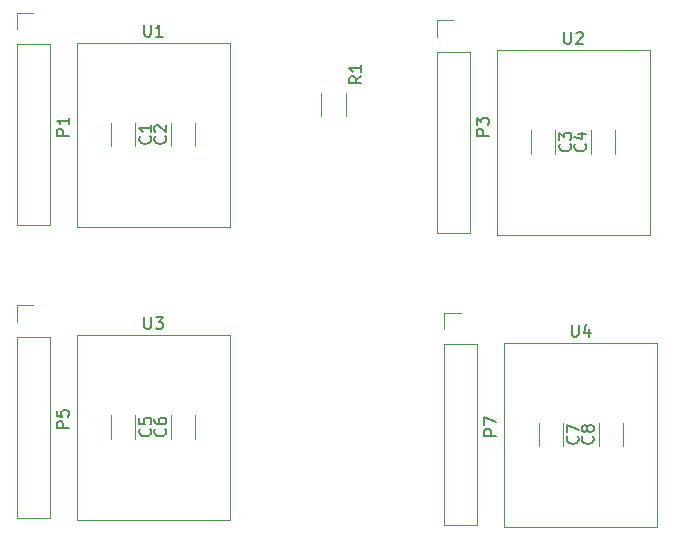
<source format=gbr>
G04 #@! TF.FileFunction,Legend,Top*
%FSLAX46Y46*%
G04 Gerber Fmt 4.6, Leading zero omitted, Abs format (unit mm)*
G04 Created by KiCad (PCBNEW 4.0.7) date 10/12/18 14:52:48*
%MOMM*%
%LPD*%
G01*
G04 APERTURE LIST*
%ADD10C,0.100000*%
%ADD11C,0.120000*%
%ADD12C,0.150000*%
G04 APERTURE END LIST*
D10*
D11*
X149355000Y-103575000D02*
X149355000Y-108675000D01*
X149355000Y-108675000D02*
X146555000Y-108675000D01*
X146555000Y-108675000D02*
X146555000Y-103575000D01*
X146565000Y-93345000D02*
X146565000Y-103625000D01*
X149345000Y-103625000D02*
X149345000Y-93345000D01*
X149345000Y-93345000D02*
X146565000Y-93345000D01*
X146565000Y-92075000D02*
X146565000Y-90685000D01*
X146565000Y-90685000D02*
X147955000Y-90685000D01*
X113160000Y-102940000D02*
X113160000Y-108040000D01*
X113160000Y-108040000D02*
X110360000Y-108040000D01*
X110360000Y-108040000D02*
X110360000Y-102940000D01*
X110370000Y-92710000D02*
X110370000Y-102990000D01*
X113150000Y-102990000D02*
X113150000Y-92710000D01*
X113150000Y-92710000D02*
X110370000Y-92710000D01*
X110370000Y-91440000D02*
X110370000Y-90050000D01*
X110370000Y-90050000D02*
X111760000Y-90050000D01*
X148720000Y-78810000D02*
X148720000Y-83910000D01*
X148720000Y-83910000D02*
X145920000Y-83910000D01*
X145920000Y-83910000D02*
X145920000Y-78810000D01*
X145930000Y-68580000D02*
X145930000Y-78860000D01*
X148710000Y-78860000D02*
X148710000Y-68580000D01*
X148710000Y-68580000D02*
X145930000Y-68580000D01*
X145930000Y-67310000D02*
X145930000Y-65920000D01*
X145930000Y-65920000D02*
X147320000Y-65920000D01*
X113160000Y-78175000D02*
X113160000Y-83275000D01*
X113160000Y-83275000D02*
X110360000Y-83275000D01*
X110360000Y-83275000D02*
X110360000Y-78175000D01*
X110370000Y-67945000D02*
X110370000Y-78225000D01*
X113150000Y-78225000D02*
X113150000Y-67945000D01*
X113150000Y-67945000D02*
X110370000Y-67945000D01*
X110370000Y-66675000D02*
X110370000Y-65285000D01*
X110370000Y-65285000D02*
X111760000Y-65285000D01*
X120400000Y-76565000D02*
X120400000Y-74565000D01*
X118360000Y-74565000D02*
X118360000Y-76565000D01*
X125480000Y-76565000D02*
X125480000Y-74565000D01*
X123440000Y-74565000D02*
X123440000Y-76565000D01*
X155960000Y-77200000D02*
X155960000Y-75200000D01*
X153920000Y-75200000D02*
X153920000Y-77200000D01*
X161040000Y-77200000D02*
X161040000Y-75200000D01*
X159000000Y-75200000D02*
X159000000Y-77200000D01*
X115443000Y-83312000D02*
X115443000Y-83439000D01*
X115443000Y-83439000D02*
X128397000Y-83439000D01*
X115443000Y-83312000D02*
X115443000Y-67818000D01*
X128397000Y-83439000D02*
X128397000Y-67818000D01*
X120920000Y-67825000D02*
X118280000Y-67825000D01*
X125560000Y-67825000D02*
X122920000Y-67825000D01*
X128390000Y-67825000D02*
X115450000Y-67825000D01*
X151003000Y-83947000D02*
X151003000Y-84074000D01*
X151003000Y-84074000D02*
X163957000Y-84074000D01*
X151003000Y-83947000D02*
X151003000Y-68453000D01*
X163957000Y-84074000D02*
X163957000Y-68453000D01*
X156480000Y-68460000D02*
X153840000Y-68460000D01*
X161120000Y-68460000D02*
X158480000Y-68460000D01*
X163950000Y-68460000D02*
X151010000Y-68460000D01*
X138230000Y-72025000D02*
X138230000Y-74025000D01*
X136090000Y-74025000D02*
X136090000Y-72025000D01*
X120400000Y-101330000D02*
X120400000Y-99330000D01*
X118360000Y-99330000D02*
X118360000Y-101330000D01*
X125480000Y-101330000D02*
X125480000Y-99330000D01*
X123440000Y-99330000D02*
X123440000Y-101330000D01*
X115443000Y-108077000D02*
X115443000Y-108204000D01*
X115443000Y-108204000D02*
X128397000Y-108204000D01*
X115443000Y-108077000D02*
X115443000Y-92583000D01*
X128397000Y-108204000D02*
X128397000Y-92583000D01*
X120920000Y-92590000D02*
X118280000Y-92590000D01*
X125560000Y-92590000D02*
X122920000Y-92590000D01*
X128390000Y-92590000D02*
X115450000Y-92590000D01*
X156595000Y-101965000D02*
X156595000Y-99965000D01*
X154555000Y-99965000D02*
X154555000Y-101965000D01*
X161675000Y-101965000D02*
X161675000Y-99965000D01*
X159635000Y-99965000D02*
X159635000Y-101965000D01*
X151638000Y-108712000D02*
X151638000Y-108839000D01*
X151638000Y-108839000D02*
X164592000Y-108839000D01*
X151638000Y-108712000D02*
X151638000Y-93218000D01*
X164592000Y-108839000D02*
X164592000Y-93218000D01*
X157115000Y-93225000D02*
X154475000Y-93225000D01*
X161755000Y-93225000D02*
X159115000Y-93225000D01*
X164585000Y-93225000D02*
X151645000Y-93225000D01*
D12*
X150947381Y-101068095D02*
X149947381Y-101068095D01*
X149947381Y-100687142D01*
X149995000Y-100591904D01*
X150042619Y-100544285D01*
X150137857Y-100496666D01*
X150280714Y-100496666D01*
X150375952Y-100544285D01*
X150423571Y-100591904D01*
X150471190Y-100687142D01*
X150471190Y-101068095D01*
X149947381Y-100163333D02*
X149947381Y-99496666D01*
X150947381Y-99925238D01*
X114752381Y-100433095D02*
X113752381Y-100433095D01*
X113752381Y-100052142D01*
X113800000Y-99956904D01*
X113847619Y-99909285D01*
X113942857Y-99861666D01*
X114085714Y-99861666D01*
X114180952Y-99909285D01*
X114228571Y-99956904D01*
X114276190Y-100052142D01*
X114276190Y-100433095D01*
X113752381Y-98956904D02*
X113752381Y-99433095D01*
X114228571Y-99480714D01*
X114180952Y-99433095D01*
X114133333Y-99337857D01*
X114133333Y-99099761D01*
X114180952Y-99004523D01*
X114228571Y-98956904D01*
X114323810Y-98909285D01*
X114561905Y-98909285D01*
X114657143Y-98956904D01*
X114704762Y-99004523D01*
X114752381Y-99099761D01*
X114752381Y-99337857D01*
X114704762Y-99433095D01*
X114657143Y-99480714D01*
X150312381Y-75668095D02*
X149312381Y-75668095D01*
X149312381Y-75287142D01*
X149360000Y-75191904D01*
X149407619Y-75144285D01*
X149502857Y-75096666D01*
X149645714Y-75096666D01*
X149740952Y-75144285D01*
X149788571Y-75191904D01*
X149836190Y-75287142D01*
X149836190Y-75668095D01*
X149312381Y-74763333D02*
X149312381Y-74144285D01*
X149693333Y-74477619D01*
X149693333Y-74334761D01*
X149740952Y-74239523D01*
X149788571Y-74191904D01*
X149883810Y-74144285D01*
X150121905Y-74144285D01*
X150217143Y-74191904D01*
X150264762Y-74239523D01*
X150312381Y-74334761D01*
X150312381Y-74620476D01*
X150264762Y-74715714D01*
X150217143Y-74763333D01*
X114752381Y-75668095D02*
X113752381Y-75668095D01*
X113752381Y-75287142D01*
X113800000Y-75191904D01*
X113847619Y-75144285D01*
X113942857Y-75096666D01*
X114085714Y-75096666D01*
X114180952Y-75144285D01*
X114228571Y-75191904D01*
X114276190Y-75287142D01*
X114276190Y-75668095D01*
X114752381Y-74144285D02*
X114752381Y-74715714D01*
X114752381Y-74430000D02*
X113752381Y-74430000D01*
X113895238Y-74525238D01*
X113990476Y-74620476D01*
X114038095Y-74715714D01*
X121642143Y-75731666D02*
X121689762Y-75779285D01*
X121737381Y-75922142D01*
X121737381Y-76017380D01*
X121689762Y-76160238D01*
X121594524Y-76255476D01*
X121499286Y-76303095D01*
X121308810Y-76350714D01*
X121165952Y-76350714D01*
X120975476Y-76303095D01*
X120880238Y-76255476D01*
X120785000Y-76160238D01*
X120737381Y-76017380D01*
X120737381Y-75922142D01*
X120785000Y-75779285D01*
X120832619Y-75731666D01*
X121737381Y-74779285D02*
X121737381Y-75350714D01*
X121737381Y-75065000D02*
X120737381Y-75065000D01*
X120880238Y-75160238D01*
X120975476Y-75255476D01*
X121023095Y-75350714D01*
X122912143Y-75731666D02*
X122959762Y-75779285D01*
X123007381Y-75922142D01*
X123007381Y-76017380D01*
X122959762Y-76160238D01*
X122864524Y-76255476D01*
X122769286Y-76303095D01*
X122578810Y-76350714D01*
X122435952Y-76350714D01*
X122245476Y-76303095D01*
X122150238Y-76255476D01*
X122055000Y-76160238D01*
X122007381Y-76017380D01*
X122007381Y-75922142D01*
X122055000Y-75779285D01*
X122102619Y-75731666D01*
X122102619Y-75350714D02*
X122055000Y-75303095D01*
X122007381Y-75207857D01*
X122007381Y-74969761D01*
X122055000Y-74874523D01*
X122102619Y-74826904D01*
X122197857Y-74779285D01*
X122293095Y-74779285D01*
X122435952Y-74826904D01*
X123007381Y-75398333D01*
X123007381Y-74779285D01*
X157202143Y-76366666D02*
X157249762Y-76414285D01*
X157297381Y-76557142D01*
X157297381Y-76652380D01*
X157249762Y-76795238D01*
X157154524Y-76890476D01*
X157059286Y-76938095D01*
X156868810Y-76985714D01*
X156725952Y-76985714D01*
X156535476Y-76938095D01*
X156440238Y-76890476D01*
X156345000Y-76795238D01*
X156297381Y-76652380D01*
X156297381Y-76557142D01*
X156345000Y-76414285D01*
X156392619Y-76366666D01*
X156297381Y-76033333D02*
X156297381Y-75414285D01*
X156678333Y-75747619D01*
X156678333Y-75604761D01*
X156725952Y-75509523D01*
X156773571Y-75461904D01*
X156868810Y-75414285D01*
X157106905Y-75414285D01*
X157202143Y-75461904D01*
X157249762Y-75509523D01*
X157297381Y-75604761D01*
X157297381Y-75890476D01*
X157249762Y-75985714D01*
X157202143Y-76033333D01*
X158472143Y-76366666D02*
X158519762Y-76414285D01*
X158567381Y-76557142D01*
X158567381Y-76652380D01*
X158519762Y-76795238D01*
X158424524Y-76890476D01*
X158329286Y-76938095D01*
X158138810Y-76985714D01*
X157995952Y-76985714D01*
X157805476Y-76938095D01*
X157710238Y-76890476D01*
X157615000Y-76795238D01*
X157567381Y-76652380D01*
X157567381Y-76557142D01*
X157615000Y-76414285D01*
X157662619Y-76366666D01*
X157900714Y-75509523D02*
X158567381Y-75509523D01*
X157519762Y-75747619D02*
X158234048Y-75985714D01*
X158234048Y-75366666D01*
X121158095Y-66277381D02*
X121158095Y-67086905D01*
X121205714Y-67182143D01*
X121253333Y-67229762D01*
X121348571Y-67277381D01*
X121539048Y-67277381D01*
X121634286Y-67229762D01*
X121681905Y-67182143D01*
X121729524Y-67086905D01*
X121729524Y-66277381D01*
X122729524Y-67277381D02*
X122158095Y-67277381D01*
X122443809Y-67277381D02*
X122443809Y-66277381D01*
X122348571Y-66420238D01*
X122253333Y-66515476D01*
X122158095Y-66563095D01*
X156718095Y-66912381D02*
X156718095Y-67721905D01*
X156765714Y-67817143D01*
X156813333Y-67864762D01*
X156908571Y-67912381D01*
X157099048Y-67912381D01*
X157194286Y-67864762D01*
X157241905Y-67817143D01*
X157289524Y-67721905D01*
X157289524Y-66912381D01*
X157718095Y-67007619D02*
X157765714Y-66960000D01*
X157860952Y-66912381D01*
X158099048Y-66912381D01*
X158194286Y-66960000D01*
X158241905Y-67007619D01*
X158289524Y-67102857D01*
X158289524Y-67198095D01*
X158241905Y-67340952D01*
X157670476Y-67912381D01*
X158289524Y-67912381D01*
X139517381Y-70651666D02*
X139041190Y-70985000D01*
X139517381Y-71223095D02*
X138517381Y-71223095D01*
X138517381Y-70842142D01*
X138565000Y-70746904D01*
X138612619Y-70699285D01*
X138707857Y-70651666D01*
X138850714Y-70651666D01*
X138945952Y-70699285D01*
X138993571Y-70746904D01*
X139041190Y-70842142D01*
X139041190Y-71223095D01*
X139517381Y-69699285D02*
X139517381Y-70270714D01*
X139517381Y-69985000D02*
X138517381Y-69985000D01*
X138660238Y-70080238D01*
X138755476Y-70175476D01*
X138803095Y-70270714D01*
X121642143Y-100496666D02*
X121689762Y-100544285D01*
X121737381Y-100687142D01*
X121737381Y-100782380D01*
X121689762Y-100925238D01*
X121594524Y-101020476D01*
X121499286Y-101068095D01*
X121308810Y-101115714D01*
X121165952Y-101115714D01*
X120975476Y-101068095D01*
X120880238Y-101020476D01*
X120785000Y-100925238D01*
X120737381Y-100782380D01*
X120737381Y-100687142D01*
X120785000Y-100544285D01*
X120832619Y-100496666D01*
X120737381Y-99591904D02*
X120737381Y-100068095D01*
X121213571Y-100115714D01*
X121165952Y-100068095D01*
X121118333Y-99972857D01*
X121118333Y-99734761D01*
X121165952Y-99639523D01*
X121213571Y-99591904D01*
X121308810Y-99544285D01*
X121546905Y-99544285D01*
X121642143Y-99591904D01*
X121689762Y-99639523D01*
X121737381Y-99734761D01*
X121737381Y-99972857D01*
X121689762Y-100068095D01*
X121642143Y-100115714D01*
X122912143Y-100496666D02*
X122959762Y-100544285D01*
X123007381Y-100687142D01*
X123007381Y-100782380D01*
X122959762Y-100925238D01*
X122864524Y-101020476D01*
X122769286Y-101068095D01*
X122578810Y-101115714D01*
X122435952Y-101115714D01*
X122245476Y-101068095D01*
X122150238Y-101020476D01*
X122055000Y-100925238D01*
X122007381Y-100782380D01*
X122007381Y-100687142D01*
X122055000Y-100544285D01*
X122102619Y-100496666D01*
X122007381Y-99639523D02*
X122007381Y-99830000D01*
X122055000Y-99925238D01*
X122102619Y-99972857D01*
X122245476Y-100068095D01*
X122435952Y-100115714D01*
X122816905Y-100115714D01*
X122912143Y-100068095D01*
X122959762Y-100020476D01*
X123007381Y-99925238D01*
X123007381Y-99734761D01*
X122959762Y-99639523D01*
X122912143Y-99591904D01*
X122816905Y-99544285D01*
X122578810Y-99544285D01*
X122483571Y-99591904D01*
X122435952Y-99639523D01*
X122388333Y-99734761D01*
X122388333Y-99925238D01*
X122435952Y-100020476D01*
X122483571Y-100068095D01*
X122578810Y-100115714D01*
X121158095Y-91042381D02*
X121158095Y-91851905D01*
X121205714Y-91947143D01*
X121253333Y-91994762D01*
X121348571Y-92042381D01*
X121539048Y-92042381D01*
X121634286Y-91994762D01*
X121681905Y-91947143D01*
X121729524Y-91851905D01*
X121729524Y-91042381D01*
X122110476Y-91042381D02*
X122729524Y-91042381D01*
X122396190Y-91423333D01*
X122539048Y-91423333D01*
X122634286Y-91470952D01*
X122681905Y-91518571D01*
X122729524Y-91613810D01*
X122729524Y-91851905D01*
X122681905Y-91947143D01*
X122634286Y-91994762D01*
X122539048Y-92042381D01*
X122253333Y-92042381D01*
X122158095Y-91994762D01*
X122110476Y-91947143D01*
X157837143Y-101131666D02*
X157884762Y-101179285D01*
X157932381Y-101322142D01*
X157932381Y-101417380D01*
X157884762Y-101560238D01*
X157789524Y-101655476D01*
X157694286Y-101703095D01*
X157503810Y-101750714D01*
X157360952Y-101750714D01*
X157170476Y-101703095D01*
X157075238Y-101655476D01*
X156980000Y-101560238D01*
X156932381Y-101417380D01*
X156932381Y-101322142D01*
X156980000Y-101179285D01*
X157027619Y-101131666D01*
X156932381Y-100798333D02*
X156932381Y-100131666D01*
X157932381Y-100560238D01*
X159107143Y-101131666D02*
X159154762Y-101179285D01*
X159202381Y-101322142D01*
X159202381Y-101417380D01*
X159154762Y-101560238D01*
X159059524Y-101655476D01*
X158964286Y-101703095D01*
X158773810Y-101750714D01*
X158630952Y-101750714D01*
X158440476Y-101703095D01*
X158345238Y-101655476D01*
X158250000Y-101560238D01*
X158202381Y-101417380D01*
X158202381Y-101322142D01*
X158250000Y-101179285D01*
X158297619Y-101131666D01*
X158630952Y-100560238D02*
X158583333Y-100655476D01*
X158535714Y-100703095D01*
X158440476Y-100750714D01*
X158392857Y-100750714D01*
X158297619Y-100703095D01*
X158250000Y-100655476D01*
X158202381Y-100560238D01*
X158202381Y-100369761D01*
X158250000Y-100274523D01*
X158297619Y-100226904D01*
X158392857Y-100179285D01*
X158440476Y-100179285D01*
X158535714Y-100226904D01*
X158583333Y-100274523D01*
X158630952Y-100369761D01*
X158630952Y-100560238D01*
X158678571Y-100655476D01*
X158726190Y-100703095D01*
X158821429Y-100750714D01*
X159011905Y-100750714D01*
X159107143Y-100703095D01*
X159154762Y-100655476D01*
X159202381Y-100560238D01*
X159202381Y-100369761D01*
X159154762Y-100274523D01*
X159107143Y-100226904D01*
X159011905Y-100179285D01*
X158821429Y-100179285D01*
X158726190Y-100226904D01*
X158678571Y-100274523D01*
X158630952Y-100369761D01*
X157353095Y-91677381D02*
X157353095Y-92486905D01*
X157400714Y-92582143D01*
X157448333Y-92629762D01*
X157543571Y-92677381D01*
X157734048Y-92677381D01*
X157829286Y-92629762D01*
X157876905Y-92582143D01*
X157924524Y-92486905D01*
X157924524Y-91677381D01*
X158829286Y-92010714D02*
X158829286Y-92677381D01*
X158591190Y-91629762D02*
X158353095Y-92344048D01*
X158972143Y-92344048D01*
M02*

</source>
